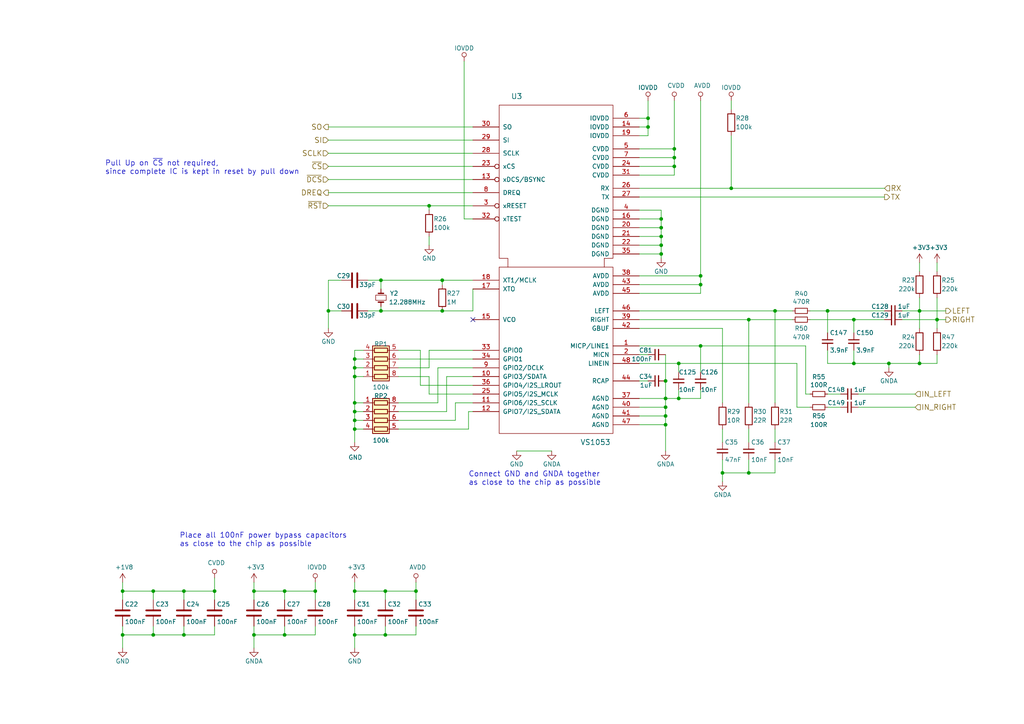
<source format=kicad_sch>
(kicad_sch (version 20211123) (generator eeschema)
  (paper "A4")
  (title_block (title "VS1053 Codec") (date "2015-08-12") (rev "1"))
  (lib_symbols
    (symbol "Device:C" (pin_numbers hide) (pin_names (offset 0.254))
      (property "Reference" "C" (at 0.635 2.54 0))
      (property "Value" "C" (at 0.635 -2.54 0))
      (symbol "C_0_1"
        (polyline (pts (xy -2.032 -0.762) (xy 2.032 -0.762)) (stroke (width 0.508)))
        (polyline (pts (xy -2.032 0.762) (xy 2.032 0.762)) (stroke (width 0.508)))
      )
      (symbol "C_1_1"
        (pin passive line (at 0 3.81 270) (length 2.794) (name "~") (number "1"))
        (pin passive line (at 0 -3.81 90) (length 2.794) (name "~") (number "2"))
      )
    )
    (symbol "Device:C_Small" (pin_numbers hide) (pin_names (offset 0.254) hide)
      (property "Reference" "C" (at 0.254 1.778 0))
      (property "Value" "C_Small" (at 0.254 -2.032 0))
      (symbol "C_Small_0_1"
        (polyline (pts (xy -1.524 -0.508) (xy 1.524 -0.508)) (stroke (width 0.3302)))
        (polyline (pts (xy -1.524 0.508) (xy 1.524 0.508)) (stroke (width 0.3048)))
      )
      (symbol "C_Small_1_1"
        (pin passive line (at 0 2.54 270) (length 2.032) (name "~") (number "1"))
        (pin passive line (at 0 -2.54 90) (length 2.032) (name "~") (number "2"))
      )
    )
    (symbol "Device:Crystal_Small" (pin_numbers hide) (pin_names (offset 1.016) hide)
      (property "Reference" "Y" (at 0 2.54 0))
      (property "Value" "Crystal_Small" (at 0 -2.54 0))
      (symbol "Crystal_Small_0_1"
        (rectangle (start -0.762 -1.524) (end 0.762 1.524))
        (polyline (pts (xy -1.27 -0.762) (xy -1.27 0.762)) (stroke (width 0.381)))
        (polyline (pts (xy 1.27 -0.762) (xy 1.27 0.762)) (stroke (width 0.381)))
      )
      (symbol "Crystal_Small_1_1"
        (pin passive line (at -2.54 0 0) (length 1.27) (name "1") (number "1"))
        (pin passive line (at 2.54 0 180) (length 1.27) (name "2") (number "2"))
      )
    )
    (symbol "Device:R" (pin_numbers hide) (pin_names (offset 0))
      (property "Reference" "R" (at 2.032 0 90))
      (property "Value" "R" (at 0 0 90))
      (symbol "R_0_1"
        (rectangle (start -1.016 -2.54) (end 1.016 2.54) (stroke (width 0.254)))
      )
      (symbol "R_1_1"
        (pin passive line (at 0 3.81 270) (length 1.27) (name "~") (number "1"))
        (pin passive line (at 0 -3.81 90) (length 1.27) (name "~") (number "2"))
      )
    )
    (symbol "Device:R_Pack04" (pin_names (offset 0) hide)
      (property "Reference" "RN" (at -7.62 0 90))
      (property "Value" "R_Pack04" (at 5.08 0 90))
      (symbol "R_Pack04_0_1"
        (rectangle (start -6.35 -2.413) (end 3.81 2.413) (stroke (width 0.254)) (fill (type background)))
        (rectangle (start -5.715 1.905) (end -4.445 -1.905) (stroke (width 0.254)))
        (rectangle (start -3.175 1.905) (end -1.905 -1.905) (stroke (width 0.254)))
        (rectangle (start -0.635 1.905) (end 0.635 -1.905) (stroke (width 0.254)))
        (polyline (pts (xy -5.08 -2.54) (xy -5.08 -1.905)))
        (polyline (pts (xy -5.08 1.905) (xy -5.08 2.54)))
        (polyline (pts (xy -2.54 -2.54) (xy -2.54 -1.905)))
        (polyline (pts (xy -2.54 1.905) (xy -2.54 2.54)))
        (polyline (pts (xy 0 -2.54) (xy 0 -1.905)))
        (polyline (pts (xy 0 1.905) (xy 0 2.54)))
        (polyline (pts (xy 2.54 -2.54) (xy 2.54 -1.905)))
        (polyline (pts (xy 2.54 1.905) (xy 2.54 2.54)))
        (rectangle (start 1.905 1.905) (end 3.175 -1.905) (stroke (width 0.254)))
      )
      (symbol "R_Pack04_1_1"
        (pin passive line (at -5.08 -5.08 90) (length 2.54) (name "R1.1") (number "1"))
        (pin passive line (at -2.54 -5.08 90) (length 2.54) (name "R2.1") (number "2"))
        (pin passive line (at 0 -5.08 90) (length 2.54) (name "R3.1") (number "3"))
        (pin passive line (at 2.54 -5.08 90) (length 2.54) (name "R4.1") (number "4"))
        (pin passive line (at 2.54 5.08 270) (length 2.54) (name "R4.2") (number "5"))
        (pin passive line (at 0 5.08 270) (length 2.54) (name "R3.2") (number "6"))
        (pin passive line (at -2.54 5.08 270) (length 2.54) (name "R2.2") (number "7"))
        (pin passive line (at -5.08 5.08 270) (length 2.54) (name "R1.2") (number "8"))
      )
    )
    (symbol "Device:R_Small" (pin_numbers hide) (pin_names (offset 0.254) hide)
      (property "Reference" "R" (at 0.762 0.508 0))
      (property "Value" "R_Small" (at 0.762 -1.016 0))
      (symbol "R_Small_0_1"
        (rectangle (start -0.762 1.778) (end 0.762 -1.778) (stroke (width 0.2032)))
      )
      (symbol "R_Small_1_1"
        (pin passive line (at 0 2.54 270) (length 0.762) (name "~") (number "1"))
        (pin passive line (at 0 -2.54 90) (length 0.762) (name "~") (number "2"))
      )
    )
    (symbol "Mainboard-rescue:+1V8-power" (power) (pin_names (offset 0))
      (property "Value" "+1V8-power" (at 0 3.556 0))
      (symbol "+1V8-power_0_1"
        (polyline (pts (xy -0.762 1.27) (xy 0 2.54)))
        (polyline (pts (xy 0 0) (xy 0 2.54)))
        (polyline (pts (xy 0 2.54) (xy 0.762 1.27)))
      )
      (symbol "+1V8-power_1_1"
        (pin power_in line (at 0 0 90) (length 0) hide (name "+1V8") (number "1"))
      )
    )
    (symbol "Mainboard-rescue:+3V3-power" (power) (pin_names (offset 0))
      (property "Value" "+3V3-power" (at 0 3.556 0))
      (symbol "+3V3-power_0_1"
        (polyline (pts (xy -0.762 1.27) (xy 0 2.54)))
        (polyline (pts (xy 0 0) (xy 0 2.54)))
        (polyline (pts (xy 0 2.54) (xy 0.762 1.27)))
      )
      (symbol "+3V3-power_1_1"
        (pin power_in line (at 0 0 90) (length 0) hide (name "+3V3") (number "1"))
      )
    )
    (symbol "Mainboard-rescue:GND-power" (power) (pin_names (offset 0))
      (property "Value" "GND-power" (at 0 -3.81 0))
      (symbol "GND-power_0_1"
        (polyline (pts (xy 0 0) (xy 0 -1.27) (xy 1.27 -1.27) (xy 0 -2.54) (xy -1.27 -1.27) (xy 0 -1.27)))
      )
      (symbol "GND-power_1_1"
        (pin power_in line (at 0 0 270) (length 0) hide (name "GND") (number "1"))
      )
    )
    (symbol "Mainboard-rescue:GNDA-power" (power) (pin_names (offset 0))
      (property "Value" "GNDA-power" (at 0 -3.81 0))
      (symbol "GNDA-power_0_1"
        (polyline (pts (xy 0 0) (xy 0 -1.27) (xy 1.27 -1.27) (xy 0 -2.54) (xy -1.27 -1.27) (xy 0 -1.27)))
      )
      (symbol "GNDA-power_1_1"
        (pin power_in line (at 0 0 270) (length 0) hide (name "GNDA") (number "1"))
      )
    )
    (symbol "Mainboard:AVDD" (power) (pin_names (offset 0))
      (property "Value" "AVDD" (at 0 3.81 0))
      (symbol "AVDD_0_1"
        (polyline (pts (xy 0 0) (xy 0 1.27)))
        (circle (center 0 1.905) (radius 0.635))
      )
      (symbol "AVDD_1_1"
        (pin power_in line (at 0 0 90) (length 0) hide (name "AVDD") (number "1"))
      )
    )
    (symbol "Mainboard:CVDD" (power) (pin_names (offset 0))
      (property "Value" "CVDD" (at 0 3.81 0))
      (symbol "CVDD_0_1"
        (polyline (pts (xy 0 0) (xy 0 1.27)))
        (circle (center 0 1.905) (radius 0.635))
      )
      (symbol "CVDD_1_1"
        (pin power_in line (at 0 0 90) (length 0) hide (name "CVDD") (number "1"))
      )
    )
    (symbol "Mainboard:IOVDD" (power) (pin_names (offset 0))
      (property "Value" "IOVDD" (at 0 3.81 0))
      (symbol "IOVDD_0_1"
        (polyline (pts (xy 0 0) (xy 0 1.27)))
        (circle (center 0 1.905) (radius 0.635))
      )
      (symbol "IOVDD_1_1"
        (pin power_in line (at 0 0 90) (length 0) hide (name "IOVDD") (number "1"))
      )
    )
    (symbol "vs10xx:VS1053" (pin_names (offset 1.016))
      (property "Reference" "U" (at -11.43 49.53 0))
      (property "Value" "VS1053" (at 11.43 -50.8 0))
      (symbol "VS1053_0_1"
        (rectangle (start -16.51 0) (end 16.51 -48.26))
        (polyline (pts (xy 13.97 0) (xy 13.97 2.54) (xy 13.97 2.54)))
        (polyline (pts (xy 13.97 2.54) (xy 16.51 2.54) (xy 16.51 46.99) (xy -16.51 46.99) (xy -16.51 2.54) (xy -13.97 2.54) (xy -13.97 0) (xy -13.97 0)))
      )
      (symbol "VS1053_1_1"
        (pin input line (at 24.13 -22.86 180) (length 7.62) (name "MICP/LINE1") (number "1"))
        (pin bidirectional line (at -24.13 -31.75 0) (length 7.62) (name "GPIO3/SDATA") (number "10"))
        (pin bidirectional line (at -24.13 -39.37 0) (length 7.62) (name "GPIO6/I2S_SCLK") (number "11"))
        (pin bidirectional line (at -24.13 -41.91 0) (length 7.62) (name "GPIO7/I2S_SDATA") (number "12"))
        (pin input inverted (at -24.13 25.4 0) (length 7.62) (name "xDCS/BSYNC") (number "13"))
        (pin power_in line (at 24.13 40.64 180) (length 7.62) (name "IOVDD") (number "14"))
        (pin output line (at -24.13 -15.24 0) (length 7.62) (name "VCO") (number "15"))
        (pin power_in line (at 24.13 13.97 180) (length 7.62) (name "DGND") (number "16"))
        (pin output line (at -24.13 -6.35 0) (length 7.62) (name "XTO") (number "17"))
        (pin input line (at -24.13 -3.81 0) (length 7.62) (name "XT1/MCLK") (number "18"))
        (pin power_in line (at 24.13 38.1 180) (length 7.62) (name "IOVDD") (number "19"))
        (pin input line (at 24.13 -25.4 180) (length 7.62) (name "MICN") (number "2"))
        (pin power_in line (at 24.13 11.43 180) (length 7.62) (name "DGND") (number "20"))
        (pin power_in line (at 24.13 8.89 180) (length 7.62) (name "DGND") (number "21"))
        (pin power_in line (at 24.13 6.35 180) (length 7.62) (name "DGND") (number "22"))
        (pin input inverted (at -24.13 29.21 0) (length 7.62) (name "xCS") (number "23"))
        (pin power_in line (at 24.13 29.21 180) (length 7.62) (name "CVDD") (number "24"))
        (pin bidirectional line (at -24.13 -36.83 0) (length 7.62) (name "GPIO5/I2S_MCLK") (number "25"))
        (pin input line (at 24.13 22.86 180) (length 7.62) (name "RX") (number "26"))
        (pin output line (at 24.13 20.32 180) (length 7.62) (name "TX") (number "27"))
        (pin input line (at -24.13 33.02 0) (length 7.62) (name "SCLK") (number "28"))
        (pin input line (at -24.13 36.83 0) (length 7.62) (name "SI") (number "29"))
        (pin input inverted (at -24.13 17.78 0) (length 7.62) (name "xRESET") (number "3"))
        (pin output line (at -24.13 40.64 0) (length 7.62) (name "SO") (number "30"))
        (pin power_in line (at 24.13 26.67 180) (length 7.62) (name "CVDD") (number "31"))
        (pin input inverted (at -24.13 13.97 0) (length 7.62) (name "xTEST") (number "32"))
        (pin bidirectional line (at -24.13 -24.13 0) (length 7.62) (name "GPIO0") (number "33"))
        (pin bidirectional line (at -24.13 -26.67 0) (length 7.62) (name "GPIO1") (number "34"))
        (pin power_in line (at 24.13 3.81 180) (length 7.62) (name "DGND") (number "35"))
        (pin bidirectional line (at -24.13 -34.29 0) (length 7.62) (name "GPIO4/I2S_LROUT") (number "36"))
        (pin power_in line (at 24.13 -38.1 180) (length 7.62) (name "AGND") (number "37"))
        (pin power_in line (at 24.13 -2.54 180) (length 7.62) (name "AVDD") (number "38"))
        (pin output line (at 24.13 -15.24 180) (length 7.62) (name "RIGHT") (number "39"))
        (pin power_in line (at 24.13 16.51 180) (length 7.62) (name "DGND") (number "4"))
        (pin power_in line (at 24.13 -40.64 180) (length 7.62) (name "AGND") (number "40"))
        (pin power_in line (at 24.13 -43.18 180) (length 7.62) (name "AGND") (number "41"))
        (pin output line (at 24.13 -17.78 180) (length 7.62) (name "GBUF") (number "42"))
        (pin power_in line (at 24.13 -5.08 180) (length 7.62) (name "AVDD") (number "43"))
        (pin bidirectional line (at 24.13 -33.02 180) (length 7.62) (name "RCAP") (number "44"))
        (pin power_in line (at 24.13 -7.62 180) (length 7.62) (name "AVDD") (number "45"))
        (pin output line (at 24.13 -12.7 180) (length 7.62) (name "LEFT") (number "46"))
        (pin power_in line (at 24.13 -45.72 180) (length 7.62) (name "AGND") (number "47"))
        (pin input line (at 24.13 -27.94 180) (length 7.62) (name "LINEIN") (number "48"))
        (pin power_in line (at 24.13 34.29 180) (length 7.62) (name "CVDD") (number "5"))
        (pin power_in line (at 24.13 43.18 180) (length 7.62) (name "IOVDD") (number "6"))
        (pin power_in line (at 24.13 31.75 180) (length 7.62) (name "CVDD") (number "7"))
        (pin output line (at -24.13 21.59 0) (length 7.62) (name "DREQ") (number "8"))
        (pin bidirectional line (at -24.13 -29.21 0) (length 7.62) (name "GPIO2/DCLK") (number "9"))
      )
    )
  )
  (junction (at 102.87 106.68))
  (junction (at 102.87 116.84))
  (junction (at 193.04 110.49))
  (junction (at 102.87 171.45))
  (junction (at 193.04 120.65))
  (junction (at 53.34 171.45))
  (junction (at 217.17 92.71))
  (junction (at 102.87 104.14))
  (junction (at 203.2 82.55))
  (junction (at 203.2 80.01))
  (junction (at 73.66 171.45))
  (junction (at 193.04 115.57))
  (junction (at 62.23 171.45))
  (junction (at 102.87 121.92))
  (junction (at 209.55 137.16))
  (junction (at 191.77 66.04))
  (junction (at 187.96 34.29))
  (junction (at 53.34 184.15))
  (junction (at 102.87 184.15))
  (junction (at 102.87 109.22))
  (junction (at 196.85 105.41))
  (junction (at 195.58 48.26))
  (junction (at 196.85 115.57))
  (junction (at 266.7 90.17))
  (junction (at 111.76 171.45))
  (junction (at 212.09 54.61))
  (junction (at 102.87 124.46))
  (junction (at 110.49 81.28))
  (junction (at 124.46 59.69))
  (junction (at 35.56 171.45))
  (junction (at 193.04 123.19))
  (junction (at 247.65 105.41))
  (junction (at 217.17 137.16))
  (junction (at 224.79 90.17))
  (junction (at 240.03 90.17))
  (junction (at 110.49 90.17))
  (junction (at 191.77 73.66))
  (junction (at 266.7 105.41))
  (junction (at 195.58 43.18))
  (junction (at 191.77 71.12))
  (junction (at 120.65 171.45))
  (junction (at 82.55 171.45))
  (junction (at 44.45 184.15))
  (junction (at 247.65 92.71))
  (junction (at 95.25 90.17))
  (junction (at 271.78 92.71))
  (junction (at 82.55 184.15))
  (junction (at 35.56 184.15))
  (junction (at 187.96 36.83))
  (junction (at 195.58 45.72))
  (junction (at 128.27 81.28))
  (junction (at 203.2 100.33))
  (junction (at 191.77 68.58))
  (junction (at 44.45 171.45))
  (junction (at 111.76 184.15))
  (junction (at 73.66 184.15))
  (junction (at 191.77 63.5))
  (junction (at 128.27 90.17))
  (junction (at 91.44 171.45))
  (junction (at 102.87 119.38))
  (junction (at 193.04 118.11))
  (junction (at 257.81 105.41))
  (no_connect (at 137.16 92.71))
  (wire (pts (xy 95.25 59.69) (xy 124.46 59.69)))
  (wire (pts (xy 95.25 81.28) (xy 95.25 90.17)))
  (wire (pts (xy 102.87 171.45) (xy 111.76 171.45)))
  (wire (pts (xy 102.87 168.91) (xy 102.87 171.45)))
  (wire (pts (xy 196.85 105.41) (xy 231.14 105.41)))
  (wire (pts (xy 271.78 92.71) (xy 274.32 92.71)))
  (wire (pts (xy 209.55 95.25) (xy 185.42 95.25)))
  (wire (pts (xy 127 116.84) (xy 115.57 116.84)))
  (wire (pts (xy 193.04 118.11) (xy 185.42 118.11)))
  (wire (pts (xy 217.17 124.46) (xy 217.17 128.27)))
  (wire (pts (xy 102.87 106.68) (xy 102.87 109.22)))
  (wire (pts (xy 53.34 184.15) (xy 53.34 181.61)))
  (wire (pts (xy 129.54 119.38) (xy 115.57 119.38)))
  (wire (pts (xy 121.92 111.76) (xy 121.92 101.6)))
  (wire (pts (xy 209.55 137.16) (xy 209.55 139.7)))
  (wire (pts (xy 212.09 54.61) (xy 256.54 54.61)))
  (wire (pts (xy 191.77 71.12) (xy 185.42 71.12)))
  (wire (pts (xy 203.2 115.57) (xy 203.2 113.03)))
  (wire (pts (xy 191.77 66.04) (xy 185.42 66.04)))
  (wire (pts (xy 134.62 63.5) (xy 137.16 63.5)))
  (wire (pts (xy 257.81 105.41) (xy 266.7 105.41)))
  (wire (pts (xy 203.2 100.33) (xy 203.2 107.95)))
  (wire (pts (xy 111.76 184.15) (xy 120.65 184.15)))
  (wire (pts (xy 212.09 31.75) (xy 212.09 29.21)))
  (wire (pts (xy 193.04 110.49) (xy 193.04 115.57)))
  (wire (pts (xy 195.58 45.72) (xy 195.58 48.26)))
  (wire (pts (xy 240.03 90.17) (xy 240.03 96.52)))
  (wire (pts (xy 132.08 121.92) (xy 115.57 121.92)))
  (wire (pts (xy 102.87 106.68) (xy 105.41 106.68)))
  (wire (pts (xy 240.03 101.6) (xy 240.03 105.41)))
  (wire (pts (xy 193.04 115.57) (xy 193.04 118.11)))
  (wire (pts (xy 240.03 118.11) (xy 243.84 118.11)))
  (wire (pts (xy 105.41 104.14) (xy 102.87 104.14)))
  (wire (pts (xy 261.62 92.71) (xy 271.78 92.71)))
  (wire (pts (xy 102.87 121.92) (xy 102.87 124.46)))
  (wire (pts (xy 44.45 184.15) (xy 53.34 184.15)))
  (wire (pts (xy 193.04 118.11) (xy 193.04 120.65)))
  (wire (pts (xy 191.77 68.58) (xy 191.77 71.12)))
  (wire (pts (xy 44.45 184.15) (xy 44.45 181.61)))
  (wire (pts (xy 137.16 106.68) (xy 127 106.68)))
  (wire (pts (xy 111.76 171.45) (xy 111.76 173.99)))
  (wire (pts (xy 193.04 123.19) (xy 185.42 123.19)))
  (wire (pts (xy 185.42 57.15) (xy 256.54 57.15)))
  (wire (pts (xy 187.96 34.29) (xy 187.96 36.83)))
  (wire (pts (xy 102.87 184.15) (xy 102.87 187.96)))
  (wire (pts (xy 120.65 168.91) (xy 120.65 171.45)))
  (wire (pts (xy 248.92 114.3) (xy 265.43 114.3)))
  (wire (pts (xy 240.03 90.17) (xy 256.54 90.17)))
  (wire (pts (xy 95.25 40.64) (xy 137.16 40.64)))
  (wire (pts (xy 62.23 184.15) (xy 62.23 181.61)))
  (wire (pts (xy 120.65 171.45) (xy 120.65 173.99)))
  (wire (pts (xy 111.76 184.15) (xy 111.76 181.61)))
  (wire (pts (xy 95.25 55.88) (xy 137.16 55.88)))
  (wire (pts (xy 271.78 92.71) (xy 271.78 95.25)))
  (wire (pts (xy 73.66 168.91) (xy 73.66 171.45)))
  (wire (pts (xy 187.96 29.21) (xy 187.96 34.29)))
  (wire (pts (xy 195.58 29.21) (xy 195.58 43.18)))
  (wire (pts (xy 247.65 105.41) (xy 257.81 105.41)))
  (wire (pts (xy 102.87 124.46) (xy 102.87 128.27)))
  (wire (pts (xy 196.85 105.41) (xy 196.85 107.95)))
  (wire (pts (xy 35.56 168.91) (xy 35.56 171.45)))
  (wire (pts (xy 137.16 101.6) (xy 124.46 101.6)))
  (wire (pts (xy 261.62 90.17) (xy 266.7 90.17)))
  (wire (pts (xy 217.17 92.71) (xy 217.17 116.84)))
  (wire (pts (xy 185.42 90.17) (xy 224.79 90.17)))
  (wire (pts (xy 102.87 181.61) (xy 102.87 184.15)))
  (wire (pts (xy 185.42 60.96) (xy 191.77 60.96)))
  (wire (pts (xy 185.42 105.41) (xy 196.85 105.41)))
  (wire (pts (xy 91.44 184.15) (xy 91.44 181.61)))
  (wire (pts (xy 191.77 66.04) (xy 191.77 68.58)))
  (wire (pts (xy 44.45 171.45) (xy 44.45 173.99)))
  (wire (pts (xy 191.77 60.96) (xy 191.77 63.5)))
  (wire (pts (xy 95.25 90.17) (xy 95.25 95.25)))
  (wire (pts (xy 203.2 82.55) (xy 185.42 82.55)))
  (wire (pts (xy 266.7 90.17) (xy 274.32 90.17)))
  (wire (pts (xy 110.49 90.17) (xy 128.27 90.17)))
  (wire (pts (xy 187.96 39.37) (xy 185.42 39.37)))
  (wire (pts (xy 240.03 114.3) (xy 243.84 114.3)))
  (wire (pts (xy 95.25 52.07) (xy 137.16 52.07)))
  (wire (pts (xy 271.78 105.41) (xy 271.78 102.87)))
  (wire (pts (xy 95.25 48.26) (xy 137.16 48.26)))
  (wire (pts (xy 257.81 105.41) (xy 257.81 106.68)))
  (wire (pts (xy 44.45 171.45) (xy 53.34 171.45)))
  (wire (pts (xy 62.23 167.64) (xy 62.23 171.45)))
  (wire (pts (xy 137.16 116.84) (xy 132.08 116.84)))
  (wire (pts (xy 234.95 90.17) (xy 240.03 90.17)))
  (wire (pts (xy 35.56 171.45) (xy 35.56 173.99)))
  (wire (pts (xy 247.65 105.41) (xy 247.65 101.6)))
  (wire (pts (xy 120.65 184.15) (xy 120.65 181.61)))
  (wire (pts (xy 191.77 68.58) (xy 185.42 68.58)))
  (wire (pts (xy 102.87 109.22) (xy 102.87 116.84)))
  (wire (pts (xy 121.92 101.6) (xy 115.57 101.6)))
  (wire (pts (xy 195.58 43.18) (xy 195.58 45.72)))
  (wire (pts (xy 185.42 100.33) (xy 203.2 100.33)))
  (wire (pts (xy 124.46 101.6) (xy 124.46 106.68)))
  (wire (pts (xy 191.77 73.66) (xy 185.42 73.66)))
  (wire (pts (xy 102.87 184.15) (xy 111.76 184.15)))
  (wire (pts (xy 124.46 68.58) (xy 124.46 71.12)))
  (wire (pts (xy 193.04 120.65) (xy 185.42 120.65)))
  (wire (pts (xy 212.09 39.37) (xy 212.09 54.61)))
  (wire (pts (xy 82.55 184.15) (xy 91.44 184.15)))
  (wire (pts (xy 203.2 100.33) (xy 233.68 100.33)))
  (wire (pts (xy 35.56 184.15) (xy 44.45 184.15)))
  (wire (pts (xy 195.58 48.26) (xy 195.58 50.8)))
  (wire (pts (xy 185.42 63.5) (xy 191.77 63.5)))
  (wire (pts (xy 91.44 168.91) (xy 91.44 171.45)))
  (wire (pts (xy 187.96 36.83) (xy 187.96 39.37)))
  (wire (pts (xy 248.92 118.11) (xy 265.43 118.11)))
  (wire (pts (xy 102.87 119.38) (xy 102.87 121.92)))
  (wire (pts (xy 196.85 115.57) (xy 203.2 115.57)))
  (wire (pts (xy 73.66 184.15) (xy 73.66 187.96)))
  (wire (pts (xy 124.46 59.69) (xy 124.46 60.96)))
  (wire (pts (xy 134.62 17.78) (xy 134.62 63.5)))
  (wire (pts (xy 224.79 137.16) (xy 224.79 133.35)))
  (wire (pts (xy 124.46 114.3) (xy 124.46 109.22)))
  (wire (pts (xy 110.49 90.17) (xy 110.49 88.9)))
  (wire (pts (xy 128.27 81.28) (xy 128.27 82.55)))
  (wire (pts (xy 137.16 109.22) (xy 129.54 109.22)))
  (wire (pts (xy 73.66 171.45) (xy 82.55 171.45)))
  (wire (pts (xy 224.79 90.17) (xy 224.79 116.84)))
  (wire (pts (xy 99.06 90.17) (xy 95.25 90.17)))
  (wire (pts (xy 110.49 81.28) (xy 128.27 81.28)))
  (wire (pts (xy 82.55 171.45) (xy 91.44 171.45)))
  (wire (pts (xy 106.68 81.28) (xy 110.49 81.28)))
  (wire (pts (xy 266.7 105.41) (xy 271.78 105.41)))
  (wire (pts (xy 73.66 181.61) (xy 73.66 184.15)))
  (wire (pts (xy 247.65 92.71) (xy 247.65 96.52)))
  (wire (pts (xy 191.77 73.66) (xy 191.77 74.93)))
  (wire (pts (xy 137.16 104.14) (xy 115.57 104.14)))
  (wire (pts (xy 193.04 120.65) (xy 193.04 123.19)))
  (wire (pts (xy 53.34 184.15) (xy 62.23 184.15)))
  (wire (pts (xy 187.96 36.83) (xy 185.42 36.83)))
  (wire (pts (xy 105.41 101.6) (xy 102.87 101.6)))
  (wire (pts (xy 271.78 76.2) (xy 271.78 78.74)))
  (wire (pts (xy 233.68 100.33) (xy 233.68 114.3)))
  (wire (pts (xy 135.89 124.46) (xy 115.57 124.46)))
  (wire (pts (xy 91.44 171.45) (xy 91.44 173.99)))
  (wire (pts (xy 99.06 81.28) (xy 95.25 81.28)))
  (wire (pts (xy 271.78 86.36) (xy 271.78 92.71)))
  (wire (pts (xy 35.56 181.61) (xy 35.56 184.15)))
  (wire (pts (xy 193.04 102.87) (xy 193.04 110.49)))
  (wire (pts (xy 191.77 71.12) (xy 191.77 73.66)))
  (wire (pts (xy 187.96 34.29) (xy 185.42 34.29)))
  (wire (pts (xy 233.68 114.3) (xy 234.95 114.3)))
  (wire (pts (xy 217.17 92.71) (xy 229.87 92.71)))
  (wire (pts (xy 106.68 90.17) (xy 110.49 90.17)))
  (wire (pts (xy 105.41 124.46) (xy 102.87 124.46)))
  (wire (pts (xy 247.65 92.71) (xy 256.54 92.71)))
  (wire (pts (xy 53.34 171.45) (xy 62.23 171.45)))
  (wire (pts (xy 110.49 81.28) (xy 110.49 83.82)))
  (wire (pts (xy 234.95 92.71) (xy 247.65 92.71)))
  (wire (pts (xy 266.7 105.41) (xy 266.7 102.87)))
  (wire (pts (xy 266.7 90.17) (xy 266.7 95.25)))
  (wire (pts (xy 224.79 90.17) (xy 229.87 90.17)))
  (wire (pts (xy 193.04 123.19) (xy 193.04 130.81)))
  (wire (pts (xy 195.58 50.8) (xy 185.42 50.8)))
  (wire (pts (xy 105.41 109.22) (xy 102.87 109.22)))
  (wire (pts (xy 185.42 115.57) (xy 193.04 115.57)))
  (wire (pts (xy 209.55 137.16) (xy 217.17 137.16)))
  (wire (pts (xy 193.04 115.57) (xy 196.85 115.57)))
  (wire (pts (xy 195.58 45.72) (xy 185.42 45.72)))
  (wire (pts (xy 102.87 116.84) (xy 105.41 116.84)))
  (wire (pts (xy 137.16 119.38) (xy 135.89 119.38)))
  (wire (pts (xy 128.27 90.17) (xy 137.16 90.17)))
  (wire (pts (xy 35.56 171.45) (xy 44.45 171.45)))
  (wire (pts (xy 191.77 63.5) (xy 191.77 66.04)))
  (wire (pts (xy 95.25 44.45) (xy 137.16 44.45)))
  (wire (pts (xy 203.2 82.55) (xy 203.2 85.09)))
  (wire (pts (xy 217.17 137.16) (xy 224.79 137.16)))
  (wire (pts (xy 203.2 29.21) (xy 203.2 80.01)))
  (wire (pts (xy 102.87 101.6) (xy 102.87 104.14)))
  (wire (pts (xy 132.08 116.84) (xy 132.08 121.92)))
  (wire (pts (xy 266.7 86.36) (xy 266.7 90.17)))
  (wire (pts (xy 102.87 121.92) (xy 105.41 121.92)))
  (wire (pts (xy 62.23 171.45) (xy 62.23 173.99)))
  (wire (pts (xy 231.14 105.41) (xy 231.14 118.11)))
  (wire (pts (xy 185.42 110.49) (xy 187.96 110.49)))
  (wire (pts (xy 209.55 124.46) (xy 209.55 128.27)))
  (wire (pts (xy 135.89 119.38) (xy 135.89 124.46)))
  (wire (pts (xy 102.87 104.14) (xy 102.87 106.68)))
  (wire (pts (xy 95.25 36.83) (xy 137.16 36.83)))
  (wire (pts (xy 209.55 95.25) (xy 209.55 116.84)))
  (wire (pts (xy 185.42 54.61) (xy 212.09 54.61)))
  (wire (pts (xy 102.87 171.45) (xy 102.87 173.99)))
  (wire (pts (xy 35.56 184.15) (xy 35.56 187.96)))
  (wire (pts (xy 124.46 106.68) (xy 115.57 106.68)))
  (wire (pts (xy 73.66 184.15) (xy 82.55 184.15)))
  (wire (pts (xy 196.85 115.57) (xy 196.85 113.03)))
  (wire (pts (xy 105.41 119.38) (xy 102.87 119.38)))
  (wire (pts (xy 73.66 171.45) (xy 73.66 173.99)))
  (wire (pts (xy 129.54 109.22) (xy 129.54 119.38)))
  (wire (pts (xy 127 106.68) (xy 127 116.84)))
  (wire (pts (xy 82.55 184.15) (xy 82.55 181.61)))
  (wire (pts (xy 217.17 137.16) (xy 217.17 133.35)))
  (wire (pts (xy 149.86 130.81) (xy 160.02 130.81)))
  (wire (pts (xy 124.46 109.22) (xy 115.57 109.22)))
  (wire (pts (xy 185.42 92.71) (xy 217.17 92.71)))
  (wire (pts (xy 137.16 111.76) (xy 121.92 111.76)))
  (wire (pts (xy 195.58 48.26) (xy 185.42 48.26)))
  (wire (pts (xy 185.42 102.87) (xy 187.96 102.87)))
  (wire (pts (xy 203.2 80.01) (xy 203.2 82.55)))
  (wire (pts (xy 53.34 171.45) (xy 53.34 173.99)))
  (wire (pts (xy 111.76 171.45) (xy 120.65 171.45)))
  (wire (pts (xy 124.46 59.69) (xy 137.16 59.69)))
  (wire (pts (xy 231.14 118.11) (xy 234.95 118.11)))
  (wire (pts (xy 137.16 90.17) (xy 137.16 83.82)))
  (wire (pts (xy 240.03 105.41) (xy 247.65 105.41)))
  (wire (pts (xy 128.27 81.28) (xy 137.16 81.28)))
  (wire (pts (xy 224.79 124.46) (xy 224.79 128.27)))
  (wire (pts (xy 185.42 43.18) (xy 195.58 43.18)))
  (wire (pts (xy 203.2 85.09) (xy 185.42 85.09)))
  (wire (pts (xy 102.87 116.84) (xy 102.87 119.38)))
  (wire (pts (xy 203.2 80.01) (xy 185.42 80.01)))
  (wire (pts (xy 209.55 133.35) (xy 209.55 137.16)))
  (wire (pts (xy 82.55 171.45) (xy 82.55 173.99)))
  (wire (pts (xy 137.16 114.3) (xy 124.46 114.3)))
  (wire (pts (xy 266.7 76.2) (xy 266.7 78.74)))
  (text "Place all 100nF power bypass capacitors\nas close to the chip as possible" (at 52.07 158.75 0) (effects (font (size 1.524 1.524)) (justify left bottom)))
  (text "Connect GND and GNDA together\nas close to the chip as possible" (at 135.89 140.97 0) (effects (font (size 1.524 1.524)) (justify left bottom)))
  (text "Pull Up on ~{CS} not required,\nsince complete IC is kept in reset by pull down" (at 30.48 50.8 0) (effects (font (size 1.524 1.524)) (justify left bottom)))
  (hierarchical_label "RX" (shape input) (at 256.54 54.61 0) (effects (font (size 1.524 1.524))))
  (hierarchical_label "SI" (shape input) (at 95.25 40.64 180) (effects (font (size 1.524 1.524))))
  (hierarchical_label "TX" (shape output) (at 256.54 57.15 0) (effects (font (size 1.524 1.524))))
  (hierarchical_label "LEFT" (shape output) (at 274.32 90.17 0) (effects (font (size 1.524 1.524))))
  (hierarchical_label "SO" (shape output) (at 95.25 36.83 180) (effects (font (size 1.524 1.524))))
  (hierarchical_label "~{RST}" (shape input) (at 95.25 59.69 180) (effects (font (size 1.524 1.524))))
  (hierarchical_label "IN_LEFT" (shape input) (at 265.43 114.3 0) (effects (font (size 1.524 1.524))))
  (hierarchical_label "IN_RIGHT" (shape input) (at 265.43 118.11 0) (effects (font (size 1.524 1.524))))
  (hierarchical_label "SCLK" (shape input) (at 95.25 44.45 180) (effects (font (size 1.524 1.524))))
  (hierarchical_label "RIGHT" (shape output) (at 274.32 92.71 0) (effects (font (size 1.524 1.524))))
  (hierarchical_label "~{CS}" (shape input) (at 95.25 48.26 180) (effects (font (size 1.524 1.524))))
  (hierarchical_label "~{DCS}" (shape input) (at 95.25 52.07 180) (effects (font (size 1.524 1.524))))
  (hierarchical_label "DREQ" (shape output) (at 95.25 55.88 180) (effects (font (size 1.524 1.524))))
  (symbol (lib_id "vs10xx:VS1053") (at 161.29 77.47 0) (unit 1)
    (property "Reference" "U3" (at 149.86 27.94 0) (effects (font (size 1.524 1.524))))
    (property "Value" "VS1053" (at 172.72 128.27 0) (effects (font (size 1.524 1.524))))
    (property "Footprint" "Housings_QFP:LQFP-48_7x7mm_Pitch0.5mm" (effects hide))
    (property "Manufacturer" "Value" (effects hide))
    (property "Type" "Value" (effects hide))
    (property "Source" "Farnell" (effects hide))
    (property "Order Number" "Value" (effects hide))
  )
  (symbol (lib_id "Device:C") (at 35.56 177.8 0) (unit 1)
    (property "Reference" "C22" (at 36.195 175.26 0) (effects (justify left)))
    (property "Value" "100nF" (at 36.195 180.34 0) (effects (justify left)))
    (property "Footprint" "Capacitors_SMD:C_0603_HandSoldering" (effects hide))
  )
  (symbol (lib_id "Device:C") (at 44.45 177.8 0) (unit 1)
    (property "Reference" "C23" (at 45.085 175.26 0) (effects (justify left)))
    (property "Value" "100nF" (at 45.085 180.34 0) (effects (justify left)))
    (property "Footprint" "Capacitors_SMD:C_0603_HandSoldering" (effects hide))
  )
  (symbol (lib_id "Device:C") (at 53.34 177.8 0) (unit 1)
    (property "Reference" "C24" (at 53.975 175.26 0) (effects (justify left)))
    (property "Value" "100nF" (at 53.975 180.34 0) (effects (justify left)))
    (property "Footprint" "Capacitors_SMD:C_0603_HandSoldering" (effects hide))
  )
  (symbol (lib_id "Device:C") (at 62.23 177.8 0) (unit 1)
    (property "Reference" "C25" (at 62.865 175.26 0) (effects (justify left)))
    (property "Value" "100nF" (at 62.865 180.34 0) (effects (justify left)))
    (property "Footprint" "Capacitors_SMD:C_0603_HandSoldering" (effects hide))
  )
  (symbol (lib_id "Device:C") (at 73.66 177.8 0) (unit 1)
    (property "Reference" "C26" (at 74.295 175.26 0) (effects (justify left)))
    (property "Value" "100nF" (at 74.295 180.34 0) (effects (justify left)))
    (property "Footprint" "Capacitors_SMD:C_0603_HandSoldering" (effects hide))
  )
  (symbol (lib_id "Device:C") (at 82.55 177.8 0) (unit 1)
    (property "Reference" "C27" (at 83.185 175.26 0) (effects (justify left)))
    (property "Value" "100nF" (at 83.185 180.34 0) (effects (justify left)))
    (property "Footprint" "Capacitors_SMD:C_0603_HandSoldering" (effects hide))
  )
  (symbol (lib_id "Device:C") (at 91.44 177.8 0) (unit 1)
    (property "Reference" "C28" (at 92.075 175.26 0) (effects (justify left)))
    (property "Value" "100nF" (at 92.075 180.34 0) (effects (justify left)))
    (property "Footprint" "Capacitors_SMD:C_0603_HandSoldering" (effects hide))
  )
  (symbol (lib_id "Device:C") (at 102.87 177.8 0) (unit 1)
    (property "Reference" "C31" (at 103.505 175.26 0) (effects (justify left)))
    (property "Value" "100nF" (at 103.505 180.34 0) (effects (justify left)))
    (property "Footprint" "Capacitors_SMD:C_0603_HandSoldering" (effects hide))
  )
  (symbol (lib_id "Device:C") (at 111.76 177.8 0) (unit 1)
    (property "Reference" "C32" (at 112.395 175.26 0) (effects (justify left)))
    (property "Value" "100nF" (at 112.395 180.34 0) (effects (justify left)))
    (property "Footprint" "Capacitors_SMD:C_0603_HandSoldering" (effects hide))
  )
  (symbol (lib_id "Device:C") (at 120.65 177.8 0) (unit 1)
    (property "Reference" "C33" (at 121.285 175.26 0) (effects (justify left)))
    (property "Value" "100nF" (at 121.285 180.34 0) (effects (justify left)))
    (property "Footprint" "Capacitors_SMD:C_0603_HandSoldering" (effects hide))
  )
  (symbol (lib_id "Mainboard-rescue:GND-power") (at 35.56 187.96 0) (unit 1)
    (property "Reference" "#PWR035" (effects hide))
    (property "Value" "GND" (at 35.56 191.77 0))
  )
  (symbol (lib_id "Mainboard-rescue:GNDA-power") (at 73.66 187.96 0) (unit 1)
    (property "Reference" "#PWR036" (effects hide))
    (property "Value" "GNDA" (at 73.66 191.77 0))
  )
  (symbol (lib_id "Mainboard-rescue:GND-power") (at 102.87 187.96 0) (unit 1)
    (property "Reference" "#PWR037" (effects hide))
    (property "Value" "GND" (at 102.87 191.77 0))
  )
  (symbol (lib_id "Mainboard:IOVDD") (at 187.96 29.21 0) (unit 1)
    (property "Reference" "#PWR046" (effects hide))
    (property "Value" "IOVDD" (at 187.96 25.4 0))
  )
  (symbol (lib_id "Mainboard-rescue:GNDA-power") (at 193.04 130.81 0) (unit 1)
    (property "Reference" "#PWR038" (effects hide))
    (property "Value" "GNDA" (at 193.04 134.62 0))
  )
  (symbol (lib_id "Mainboard-rescue:GND-power") (at 191.77 74.93 0) (unit 1)
    (property "Reference" "#PWR039" (effects hide))
    (property "Value" "GND" (at 191.77 78.74 0))
  )
  (symbol (lib_id "Device:C_Small") (at 190.5 110.49 90) (unit 1)
    (property "Reference" "C34" (at 189.23 109.22 90) (effects (justify left)))
    (property "Value" "1uF" (at 189.23 111.76 90) (effects (justify left)))
    (property "Footprint" "Capacitors_SMD:C_0603_HandSoldering" (effects hide))
    (property "Manufacturer" "Value" (effects hide))
    (property "Type" "Value" (effects hide))
    (property "Source" "Farnell" (effects hide))
    (property "Order Number" "Value" (effects hide))
  )
  (symbol (lib_id "Mainboard-rescue:GND-power") (at 149.86 130.81 0) (unit 1)
    (property "Reference" "#PWR040" (effects hide))
    (property "Value" "GND" (at 149.86 134.62 0))
  )
  (symbol (lib_id "Mainboard-rescue:GNDA-power") (at 160.02 130.81 0) (unit 1)
    (property "Reference" "#PWR041" (effects hide))
    (property "Value" "GNDA" (at 160.02 134.62 0))
  )
  (symbol (lib_id "Device:Crystal_Small") (at 110.49 86.36 90) (unit 1)
    (property "Reference" "Y2" (at 114.3 85.09 90))
    (property "Value" "12.288MHz" (at 118.11 87.63 90))
    (property "Footprint" "Crystals:Crystal_HC49-SD_SMD" (effects hide))
    (property "Manufacturer" "TXC" (effects hide))
    (property "Type" "9C-12.288MEEJ-T" (effects hide))
    (property "Source" "Farnell" (effects hide))
    (property "Order Number" "1842283" (effects hide))
  )
  (symbol (lib_id "Device:R") (at 128.27 86.36 180) (unit 1)
    (property "Reference" "R27" (at 129.54 85.09 0) (effects (justify right)))
    (property "Value" "1M" (at 129.54 87.63 0) (effects (justify right)))
    (property "Footprint" "Resistors_SMD:R_0603_HandSoldering" (effects hide))
  )
  (symbol (lib_id "Mainboard-rescue:GND-power") (at 95.25 95.25 0) (unit 1)
    (property "Reference" "#PWR042" (effects hide))
    (property "Value" "GND" (at 95.25 99.06 0))
  )
  (symbol (lib_id "Device:C") (at 102.87 81.28 270) (unit 1)
    (property "Reference" "C29" (at 101.6 80.01 90) (effects (justify right)))
    (property "Value" "33pF" (at 104.14 82.55 90) (effects (justify left)))
    (property "Footprint" "Capacitors_SMD:C_0603_HandSoldering" (effects hide))
  )
  (symbol (lib_id "Device:C") (at 102.87 90.17 270) (unit 1)
    (property "Reference" "C30" (at 101.6 88.9 90) (effects (justify right)))
    (property "Value" "33pF" (at 104.14 91.44 90) (effects (justify left)))
    (property "Footprint" "Capacitors_SMD:C_0603_HandSoldering" (effects hide))
  )
  (symbol (lib_id "Device:R") (at 124.46 64.77 180) (unit 1)
    (property "Reference" "R26" (at 125.73 63.5 0) (effects (justify right)))
    (property "Value" "100k" (at 125.73 66.04 0) (effects (justify right)))
    (property "Footprint" "Resistors_SMD:R_0603_HandSoldering" (effects hide))
  )
  (symbol (lib_id "Mainboard:IOVDD") (at 134.62 17.78 0) (unit 1)
    (property "Reference" "#PWR047" (effects hide))
    (property "Value" "IOVDD" (at 134.62 13.97 0))
  )
  (symbol (lib_id "Mainboard-rescue:GND-power") (at 124.46 71.12 0) (unit 1)
    (property "Reference" "#PWR043" (effects hide))
    (property "Value" "GND" (at 124.46 74.93 0))
  )
  (symbol (lib_id "Device:C_Small") (at 209.55 130.81 0) (unit 1)
    (property "Reference" "C35" (at 210.185 128.27 0) (effects (justify left)))
    (property "Value" "47nF" (at 210.185 133.35 0) (effects (justify left)))
    (property "Footprint" "Capacitors_SMD:C_0603_HandSoldering" (effects hide))
    (property "Manufacturer" "Value" (effects hide))
    (property "Type" "Value" (effects hide))
    (property "Source" "Farnell" (effects hide))
    (property "Order Number" "Value" (effects hide))
  )
  (symbol (lib_id "Device:C_Small") (at 217.17 130.81 0) (unit 1)
    (property "Reference" "C36" (at 217.805 128.27 0) (effects (justify left)))
    (property "Value" "10nF" (at 217.805 133.35 0) (effects (justify left)))
    (property "Footprint" "Capacitors_SMD:C_0603_HandSoldering" (effects hide))
    (property "Manufacturer" "Value" (effects hide))
    (property "Type" "Value" (effects hide))
    (property "Source" "Farnell" (effects hide))
    (property "Order Number" "Value" (effects hide))
  )
  (symbol (lib_id "Device:C_Small") (at 224.79 130.81 0) (unit 1)
    (property "Reference" "C37" (at 225.425 128.27 0) (effects (justify left)))
    (property "Value" "10nF" (at 225.425 133.35 0) (effects (justify left)))
    (property "Footprint" "Capacitors_SMD:C_0603_HandSoldering" (effects hide))
    (property "Manufacturer" "Value" (effects hide))
    (property "Type" "Value" (effects hide))
    (property "Source" "Farnell" (effects hide))
    (property "Order Number" "Value" (effects hide))
  )
  (symbol (lib_id "Device:R") (at 209.55 120.65 0) (unit 1)
    (property "Reference" "R29" (at 210.82 119.38 0) (effects (justify left)))
    (property "Value" "10R" (at 210.82 121.92 0) (effects (justify left)))
    (property "Footprint" "Resistors_SMD:R_0603_HandSoldering" (effects hide))
    (property "Manufacturer" "Value" (effects hide))
    (property "Type" "Value" (effects hide))
    (property "Source" "Farnell" (effects hide))
    (property "Order Number" "Value" (effects hide))
  )
  (symbol (lib_id "Device:R") (at 217.17 120.65 0) (unit 1)
    (property "Reference" "R30" (at 218.44 119.38 0) (effects (justify left)))
    (property "Value" "22R" (at 218.44 121.92 0) (effects (justify left)))
    (property "Footprint" "Resistors_SMD:R_0603_HandSoldering" (effects hide))
    (property "Manufacturer" "Value" (effects hide))
    (property "Type" "Value" (effects hide))
    (property "Source" "Farnell" (effects hide))
    (property "Order Number" "Value" (effects hide))
  )
  (symbol (lib_id "Device:R") (at 224.79 120.65 0) (unit 1)
    (property "Reference" "R31" (at 226.06 119.38 0) (effects (justify left)))
    (property "Value" "22R" (at 226.06 121.92 0) (effects (justify left)))
    (property "Footprint" "Resistors_SMD:R_0603_HandSoldering" (effects hide))
    (property "Manufacturer" "Value" (effects hide))
    (property "Type" "Value" (effects hide))
    (property "Source" "Farnell" (effects hide))
    (property "Order Number" "Value" (effects hide))
  )
  (symbol (lib_id "Mainboard-rescue:GNDA-power") (at 209.55 139.7 0) (unit 1)
    (property "Reference" "#PWR044" (effects hide))
    (property "Value" "GNDA" (at 209.55 143.51 0))
  )
  (symbol (lib_id "Mainboard:IOVDD") (at 212.09 29.21 0) (unit 1)
    (property "Reference" "#PWR045" (effects hide))
    (property "Value" "IOVDD" (at 212.09 25.4 0))
  )
  (symbol (lib_id "Device:R") (at 212.09 35.56 0) (unit 1)
    (property "Reference" "R28" (at 213.36 34.29 0) (effects (justify left)))
    (property "Value" "100k" (at 213.36 36.83 0) (effects (justify left)))
    (property "Footprint" "Resistors_SMD:R_0603_HandSoldering" (effects hide))
    (property "Manufacturer" "Value" (effects hide))
    (property "Type" "Value" (effects hide))
    (property "Source" "Farnell" (effects hide))
    (property "Order Number" "Value" (effects hide))
  )
  (symbol (lib_id "Mainboard-rescue:GND-power") (at 102.87 128.27 0) (unit 1)
    (property "Reference" "#PWR056" (effects hide))
    (property "Value" "GND" (at 103.0732 132.6642 0))
  )
  (symbol (lib_id "Mainboard-rescue:+1V8-power") (at 35.56 168.91 0) (unit 1)
    (property "Reference" "#PWR048" (effects hide))
    (property "Value" "+1V8" (at 36.0172 164.5158 0))
  )
  (symbol (lib_id "Mainboard-rescue:+3V3-power") (at 102.87 168.91 0) (unit 1)
    (property "Reference" "#PWR049" (effects hide))
    (property "Value" "+3V3" (at 103.3272 164.5158 0))
  )
  (symbol (lib_id "Mainboard:AVDD") (at 203.2 29.21 0) (unit 1)
    (property "Reference" "#PWR050" (effects hide))
    (property "Value" "AVDD" (at 203.708 24.8158 0))
  )
  (symbol (lib_id "Mainboard:CVDD") (at 195.58 29.21 0) (unit 1)
    (property "Reference" "#PWR051" (effects hide))
    (property "Value" "CVDD" (at 196.088 24.8158 0))
  )
  (symbol (lib_id "Mainboard:IOVDD") (at 91.44 168.91 0) (unit 1)
    (property "Reference" "#PWR052" (effects hide))
    (property "Value" "IOVDD" (at 91.948 164.5158 0))
  )
  (symbol (lib_id "Mainboard-rescue:+3V3-power") (at 73.66 168.91 0) (unit 1)
    (property "Reference" "#PWR053" (effects hide))
    (property "Value" "+3V3" (at 74.1172 164.5158 0))
  )
  (symbol (lib_id "Mainboard:AVDD") (at 120.65 168.91 0) (unit 1)
    (property "Reference" "#PWR054" (effects hide))
    (property "Value" "AVDD" (at 121.158 164.5158 0))
  )
  (symbol (lib_id "Mainboard:CVDD") (at 62.23 167.64 0) (unit 1)
    (property "Reference" "#PWR055" (effects hide))
    (property "Value" "CVDD" (at 62.738 163.2458 0))
  )
  (symbol (lib_id "Device:R_Pack04") (at 110.49 104.14 270) (mirror x) (unit 1)
    (property "Reference" "RP1" (at 110.49 99.06 90) (effects (justify bottom)))
    (property "Value" "100k" (at 110.49 113.03 90) (effects (justify top)))
    (property "Footprint" "Resistors_SMD:R_Array_Convex_4x0603" (effects hide))
    (property "Manufacturer" "Panasonic" (effects hide))
    (property "Type" "EXB38V104JV" (effects hide))
    (property "Source" "Farnell" (effects hide))
    (property "Order Number" "2060112" (effects hide))
  )
  (symbol (lib_id "Device:R_Pack04") (at 110.49 121.92 270) (unit 1)
    (property "Reference" "RP2" (at 110.49 115.57 90) (effects (justify bottom)))
    (property "Value" "100k" (at 110.49 127 90) (effects (justify top)))
    (property "Footprint" "Resistors_SMD:R_Array_Convex_4x0603" (effects hide))
    (property "Manufacturer" "Panasonic" (effects hide))
    (property "Type" "EXB38V104JV" (effects hide))
    (property "Source" "Farnell" (effects hide))
    (property "Order Number" "2060112" (effects hide))
  )
  (symbol (lib_id "Device:R") (at 266.7 82.55 0) (unit 1)
    (property "Reference" "R23" (at 265.43 81.28 0) (effects (justify right)))
    (property "Value" "220k" (at 265.43 83.82 0) (effects (justify right)))
    (property "Footprint" "Resistors_SMD:R_0603_HandSoldering" (effects hide))
    (property "Manufacturer" "Value" (effects hide))
    (property "Type" "Value" (effects hide))
    (property "Source" "Farnell" (effects hide))
    (property "Order Number" "Value" (effects hide))
  )
  (symbol (lib_id "Device:R") (at 271.78 82.55 0) (unit 1)
    (property "Reference" "R25" (at 273.05 81.28 0) (effects (justify left)))
    (property "Value" "220k" (at 273.05 83.82 0) (effects (justify left)))
    (property "Footprint" "Resistors_SMD:R_0603_HandSoldering" (effects hide))
    (property "Manufacturer" "Value" (effects hide))
    (property "Type" "Value" (effects hide))
    (property "Source" "Farnell" (effects hide))
    (property "Order Number" "Value" (effects hide))
  )
  (symbol (lib_id "Device:R") (at 266.7 99.06 0) (unit 1)
    (property "Reference" "R24" (at 265.43 97.79 0) (effects (justify right)))
    (property "Value" "220k" (at 265.43 100.33 0) (effects (justify right)))
    (property "Footprint" "Resistors_SMD:R_0603_HandSoldering" (effects hide))
    (property "Manufacturer" "Value" (effects hide))
    (property "Type" "Value" (effects hide))
    (property "Source" "Farnell" (effects hide))
    (property "Order Number" "Value" (effects hide))
  )
  (symbol (lib_id "Device:R") (at 271.78 99.06 0) (unit 1)
    (property "Reference" "R47" (at 273.05 97.79 0) (effects (justify left)))
    (property "Value" "220k" (at 273.05 100.33 0) (effects (justify left)))
    (property "Footprint" "Resistors_SMD:R_0603_HandSoldering" (effects hide))
    (property "Manufacturer" "Value" (effects hide))
    (property "Type" "Value" (effects hide))
    (property "Source" "Farnell" (effects hide))
    (property "Order Number" "Value" (effects hide))
  )
  (symbol (lib_id "Device:C_Small") (at 259.08 90.17 270) (unit 1)
    (property "Reference" "C128" (at 257.81 88.9 90) (effects (justify right)))
    (property "Value" "1uF" (at 260.35 88.9 90) (effects (justify left)))
    (property "Footprint" "Capacitors_SMD:C_0603_HandSoldering" (effects hide))
    (property "Manufacturer" "Value" (effects hide))
    (property "Type" "Value" (effects hide))
    (property "Source" "Farnell" (effects hide))
    (property "Order Number" "Value" (effects hide))
  )
  (symbol (lib_id "Device:C_Small") (at 259.08 92.71 270) (unit 1)
    (property "Reference" "C129" (at 257.81 91.44 90) (effects (justify right)))
    (property "Value" "1uF" (at 260.35 91.44 90) (effects (justify left)))
    (property "Footprint" "Capacitors_SMD:C_0603_HandSoldering" (effects hide))
    (property "Manufacturer" "Value" (effects hide))
    (property "Type" "Value" (effects hide))
    (property "Source" "Farnell" (effects hide))
    (property "Order Number" "Value" (effects hide))
  )
  (symbol (lib_id "Mainboard-rescue:+3V3-power") (at 266.7 76.2 0) (unit 1)
    (property "Reference" "#PWR057" (effects hide))
    (property "Value" "+3V3" (at 267.1572 71.8058 0))
  )
  (symbol (lib_id "Mainboard-rescue:+3V3-power") (at 271.78 76.2 0) (unit 1)
    (property "Reference" "#PWR058" (effects hide))
    (property "Value" "+3V3" (at 272.2372 71.8058 0))
  )
  (symbol (lib_id "Mainboard-rescue:GNDA-power") (at 257.81 106.68 0) (unit 1)
    (property "Reference" "#PWR059" (effects hide))
    (property "Value" "GNDA" (at 257.81 110.49 0))
  )
  (symbol (lib_id "Device:C_Small") (at 190.5 102.87 90) (unit 1)
    (property "Reference" "C81" (at 189.23 101.6 90) (effects (justify left)))
    (property "Value" "100nF" (at 189.23 104.14 90) (effects (justify left)))
    (property "Footprint" "Capacitors_SMD:C_0603_HandSoldering" (effects hide))
    (property "Manufacturer" "Value" (effects hide))
    (property "Type" "Value" (effects hide))
    (property "Source" "Farnell" (effects hide))
    (property "Order Number" "Value" (effects hide))
  )
  (symbol (lib_id "Device:C_Small") (at 196.85 110.49 0) (unit 1)
    (property "Reference" "C125" (at 196.85 107.95 0) (effects (justify left)))
    (property "Value" "10nF" (at 196.85 113.03 0) (effects (justify left)))
    (property "Footprint" "Capacitors_SMD:C_0603_HandSoldering" (effects hide))
    (property "Manufacturer" "Value" (effects hide))
    (property "Type" "Value" (effects hide))
    (property "Source" "Farnell" (effects hide))
    (property "Order Number" "Value" (effects hide))
  )
  (symbol (lib_id "Device:C_Small") (at 203.2 110.49 0) (unit 1)
    (property "Reference" "C126" (at 203.2 107.95 0) (effects (justify left)))
    (property "Value" "10nF" (at 203.2 113.03 0) (effects (justify left)))
    (property "Footprint" "Capacitors_SMD:C_0603_HandSoldering" (effects hide))
    (property "Manufacturer" "Value" (effects hide))
    (property "Type" "Value" (effects hide))
    (property "Source" "Farnell" (effects hide))
    (property "Order Number" "Value" (effects hide))
  )
  (symbol (lib_id "Device:R_Small") (at 232.41 90.17 270) (unit 1)
    (property "Reference" "R40" (at 232.41 85.1916 90))
    (property "Value" "470R" (at 232.41 87.503 90))
    (property "Footprint" "Resistors_SMD:R_0603_HandSoldering" (effects hide))
    (property "Manufacturer" "Value" (effects hide))
    (property "Type" "Value" (effects hide))
    (property "Source" "Farnell" (effects hide))
    (property "Order Number" "Value" (effects hide))
  )
  (symbol (lib_id "Device:R_Small") (at 232.41 92.71 90) (unit 1)
    (property "Reference" "R50" (at 232.41 95.25 90))
    (property "Value" "470R" (at 232.41 97.79 90))
    (property "Footprint" "Resistors_SMD:R_0603_HandSoldering" (effects hide))
    (property "Manufacturer" "Value" (effects hide))
    (property "Type" "Value" (effects hide))
    (property "Source" "Farnell" (effects hide))
    (property "Order Number" "Value" (effects hide))
  )
  (symbol (lib_id "Device:C_Small") (at 240.03 99.06 0) (unit 1)
    (property "Reference" "C147" (at 240.665 96.52 0) (effects (justify left)))
    (property "Value" "3.9nF" (at 240.665 101.6 0) (effects (justify left)))
    (property "Footprint" "Capacitors_SMD:C_0603_HandSoldering" (effects hide))
    (property "Manufacturer" "Value" (effects hide))
    (property "Type" "Value" (effects hide))
    (property "Source" "Farnell" (effects hide))
    (property "Order Number" "Value" (effects hide))
  )
  (symbol (lib_id "Device:C_Small") (at 247.65 99.06 0) (unit 1)
    (property "Reference" "C150" (at 248.285 96.52 0) (effects (justify left)))
    (property "Value" "3.9nF" (at 248.285 101.6 0) (effects (justify left)))
    (property "Footprint" "Capacitors_SMD:C_0603_HandSoldering" (effects hide))
    (property "Manufacturer" "Value" (effects hide))
    (property "Type" "Value" (effects hide))
    (property "Source" "Farnell" (effects hide))
    (property "Order Number" "Value" (effects hide))
  )
  (symbol (lib_id "Device:R_Small") (at 237.49 118.11 90) (unit 1)
    (property "Reference" "R56" (at 237.49 120.65 90))
    (property "Value" "100R" (at 237.49 123.19 90))
    (property "Footprint" "Resistors_SMD:R_0603_HandSoldering" (effects hide))
    (property "Manufacturer" "Value" (effects hide))
    (property "Type" "Value" (effects hide))
    (property "Source" "Farnell" (effects hide))
    (property "Order Number" "Value" (effects hide))
  )
  (symbol (lib_id "Device:R_Small") (at 237.49 114.3 270) (unit 1)
    (property "Reference" "R55" (at 237.49 109.3216 90))
    (property "Value" "100R" (at 237.49 111.633 90))
    (property "Footprint" "Resistors_SMD:R_0603_HandSoldering" (effects hide))
    (property "Manufacturer" "Value" (effects hide))
    (property "Type" "Value" (effects hide))
    (property "Source" "Farnell" (effects hide))
    (property "Order Number" "Value" (effects hide))
  )
  (symbol (lib_id "Device:C_Small") (at 246.38 114.3 270) (unit 1)
    (property "Reference" "C148" (at 245.11 113.03 90) (effects (justify right)))
    (property "Value" "1uF" (at 247.65 113.03 90) (effects (justify left)))
    (property "Footprint" "Capacitors_SMD:C_0603_HandSoldering" (effects hide))
    (property "Manufacturer" "Value" (effects hide))
    (property "Type" "Value" (effects hide))
    (property "Source" "Farnell" (effects hide))
    (property "Order Number" "Value" (effects hide))
  )
  (symbol (lib_id "Device:C_Small") (at 246.38 118.11 270) (unit 1)
    (property "Reference" "C149" (at 245.11 116.84 90) (effects (justify right)))
    (property "Value" "1uF" (at 247.65 116.84 90) (effects (justify left)))
    (property "Footprint" "Capacitors_SMD:C_0603_HandSoldering" (effects hide))
    (property "Manufacturer" "Value" (effects hide))
    (property "Type" "Value" (effects hide))
    (property "Source" "Farnell" (effects hide))
    (property "Order Number" "Value" (effects hide))
  )
)
</source>
